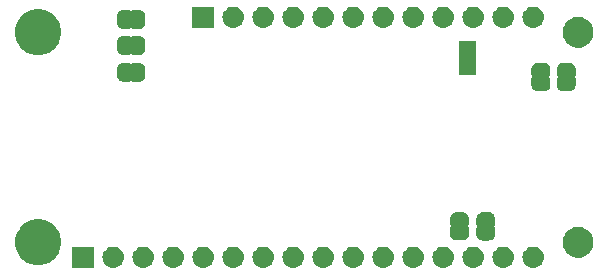
<source format=gbr>
G04 #@! TF.GenerationSoftware,KiCad,Pcbnew,(5.1.4)-1*
G04 #@! TF.CreationDate,2019-12-26T22:32:10-05:00*
G04 #@! TF.ProjectId,Feather-NEO-M9N-GPS,46656174-6865-4722-9d4e-454f2d4d394e,rev?*
G04 #@! TF.SameCoordinates,Original*
G04 #@! TF.FileFunction,Soldermask,Bot*
G04 #@! TF.FilePolarity,Negative*
%FSLAX46Y46*%
G04 Gerber Fmt 4.6, Leading zero omitted, Abs format (unit mm)*
G04 Created by KiCad (PCBNEW (5.1.4)-1) date 2019-12-26 22:32:10*
%MOMM*%
%LPD*%
G04 APERTURE LIST*
%ADD10C,0.100000*%
G04 APERTURE END LIST*
D10*
G36*
X167421560Y-78513940D02*
G01*
X167421560Y-79910940D01*
X167675560Y-79910940D01*
X167675560Y-78513940D01*
X167421560Y-78513940D01*
G37*
G36*
X142718743Y-95193719D02*
G01*
X142784927Y-95200237D01*
X142954766Y-95251757D01*
X143111291Y-95335422D01*
X143147029Y-95364752D01*
X143248486Y-95448014D01*
X143331748Y-95549471D01*
X143361078Y-95585209D01*
X143444743Y-95741734D01*
X143496263Y-95911573D01*
X143513659Y-96088200D01*
X143496263Y-96264827D01*
X143444743Y-96434666D01*
X143361078Y-96591191D01*
X143331748Y-96626929D01*
X143248486Y-96728386D01*
X143147029Y-96811648D01*
X143111291Y-96840978D01*
X142954766Y-96924643D01*
X142784927Y-96976163D01*
X142718743Y-96982681D01*
X142652560Y-96989200D01*
X142564040Y-96989200D01*
X142497857Y-96982681D01*
X142431673Y-96976163D01*
X142261834Y-96924643D01*
X142105309Y-96840978D01*
X142069571Y-96811648D01*
X141968114Y-96728386D01*
X141884852Y-96626929D01*
X141855522Y-96591191D01*
X141771857Y-96434666D01*
X141720337Y-96264827D01*
X141702941Y-96088200D01*
X141720337Y-95911573D01*
X141771857Y-95741734D01*
X141855522Y-95585209D01*
X141884852Y-95549471D01*
X141968114Y-95448014D01*
X142069571Y-95364752D01*
X142105309Y-95335422D01*
X142261834Y-95251757D01*
X142431673Y-95200237D01*
X142497857Y-95193719D01*
X142564040Y-95187200D01*
X142652560Y-95187200D01*
X142718743Y-95193719D01*
X142718743Y-95193719D01*
G37*
G36*
X152878743Y-95193719D02*
G01*
X152944927Y-95200237D01*
X153114766Y-95251757D01*
X153271291Y-95335422D01*
X153307029Y-95364752D01*
X153408486Y-95448014D01*
X153491748Y-95549471D01*
X153521078Y-95585209D01*
X153604743Y-95741734D01*
X153656263Y-95911573D01*
X153673659Y-96088200D01*
X153656263Y-96264827D01*
X153604743Y-96434666D01*
X153521078Y-96591191D01*
X153491748Y-96626929D01*
X153408486Y-96728386D01*
X153307029Y-96811648D01*
X153271291Y-96840978D01*
X153114766Y-96924643D01*
X152944927Y-96976163D01*
X152878743Y-96982681D01*
X152812560Y-96989200D01*
X152724040Y-96989200D01*
X152657857Y-96982681D01*
X152591673Y-96976163D01*
X152421834Y-96924643D01*
X152265309Y-96840978D01*
X152229571Y-96811648D01*
X152128114Y-96728386D01*
X152044852Y-96626929D01*
X152015522Y-96591191D01*
X151931857Y-96434666D01*
X151880337Y-96264827D01*
X151862941Y-96088200D01*
X151880337Y-95911573D01*
X151931857Y-95741734D01*
X152015522Y-95585209D01*
X152044852Y-95549471D01*
X152128114Y-95448014D01*
X152229571Y-95364752D01*
X152265309Y-95335422D01*
X152421834Y-95251757D01*
X152591673Y-95200237D01*
X152657857Y-95193719D01*
X152724040Y-95187200D01*
X152812560Y-95187200D01*
X152878743Y-95193719D01*
X152878743Y-95193719D01*
G37*
G36*
X135889300Y-96989200D02*
G01*
X134087300Y-96989200D01*
X134087300Y-95187200D01*
X135889300Y-95187200D01*
X135889300Y-96989200D01*
X135889300Y-96989200D01*
G37*
G36*
X137638743Y-95193719D02*
G01*
X137704927Y-95200237D01*
X137874766Y-95251757D01*
X138031291Y-95335422D01*
X138067029Y-95364752D01*
X138168486Y-95448014D01*
X138251748Y-95549471D01*
X138281078Y-95585209D01*
X138364743Y-95741734D01*
X138416263Y-95911573D01*
X138433659Y-96088200D01*
X138416263Y-96264827D01*
X138364743Y-96434666D01*
X138281078Y-96591191D01*
X138251748Y-96626929D01*
X138168486Y-96728386D01*
X138067029Y-96811648D01*
X138031291Y-96840978D01*
X137874766Y-96924643D01*
X137704927Y-96976163D01*
X137638743Y-96982681D01*
X137572560Y-96989200D01*
X137484040Y-96989200D01*
X137417857Y-96982681D01*
X137351673Y-96976163D01*
X137181834Y-96924643D01*
X137025309Y-96840978D01*
X136989571Y-96811648D01*
X136888114Y-96728386D01*
X136804852Y-96626929D01*
X136775522Y-96591191D01*
X136691857Y-96434666D01*
X136640337Y-96264827D01*
X136622941Y-96088200D01*
X136640337Y-95911573D01*
X136691857Y-95741734D01*
X136775522Y-95585209D01*
X136804852Y-95549471D01*
X136888114Y-95448014D01*
X136989571Y-95364752D01*
X137025309Y-95335422D01*
X137181834Y-95251757D01*
X137351673Y-95200237D01*
X137417857Y-95193719D01*
X137484040Y-95187200D01*
X137572560Y-95187200D01*
X137638743Y-95193719D01*
X137638743Y-95193719D01*
G37*
G36*
X140178743Y-95193719D02*
G01*
X140244927Y-95200237D01*
X140414766Y-95251757D01*
X140571291Y-95335422D01*
X140607029Y-95364752D01*
X140708486Y-95448014D01*
X140791748Y-95549471D01*
X140821078Y-95585209D01*
X140904743Y-95741734D01*
X140956263Y-95911573D01*
X140973659Y-96088200D01*
X140956263Y-96264827D01*
X140904743Y-96434666D01*
X140821078Y-96591191D01*
X140791748Y-96626929D01*
X140708486Y-96728386D01*
X140607029Y-96811648D01*
X140571291Y-96840978D01*
X140414766Y-96924643D01*
X140244927Y-96976163D01*
X140178743Y-96982681D01*
X140112560Y-96989200D01*
X140024040Y-96989200D01*
X139957857Y-96982681D01*
X139891673Y-96976163D01*
X139721834Y-96924643D01*
X139565309Y-96840978D01*
X139529571Y-96811648D01*
X139428114Y-96728386D01*
X139344852Y-96626929D01*
X139315522Y-96591191D01*
X139231857Y-96434666D01*
X139180337Y-96264827D01*
X139162941Y-96088200D01*
X139180337Y-95911573D01*
X139231857Y-95741734D01*
X139315522Y-95585209D01*
X139344852Y-95549471D01*
X139428114Y-95448014D01*
X139529571Y-95364752D01*
X139565309Y-95335422D01*
X139721834Y-95251757D01*
X139891673Y-95200237D01*
X139957857Y-95193719D01*
X140024040Y-95187200D01*
X140112560Y-95187200D01*
X140178743Y-95193719D01*
X140178743Y-95193719D01*
G37*
G36*
X145258743Y-95193719D02*
G01*
X145324927Y-95200237D01*
X145494766Y-95251757D01*
X145651291Y-95335422D01*
X145687029Y-95364752D01*
X145788486Y-95448014D01*
X145871748Y-95549471D01*
X145901078Y-95585209D01*
X145984743Y-95741734D01*
X146036263Y-95911573D01*
X146053659Y-96088200D01*
X146036263Y-96264827D01*
X145984743Y-96434666D01*
X145901078Y-96591191D01*
X145871748Y-96626929D01*
X145788486Y-96728386D01*
X145687029Y-96811648D01*
X145651291Y-96840978D01*
X145494766Y-96924643D01*
X145324927Y-96976163D01*
X145258743Y-96982681D01*
X145192560Y-96989200D01*
X145104040Y-96989200D01*
X145037857Y-96982681D01*
X144971673Y-96976163D01*
X144801834Y-96924643D01*
X144645309Y-96840978D01*
X144609571Y-96811648D01*
X144508114Y-96728386D01*
X144424852Y-96626929D01*
X144395522Y-96591191D01*
X144311857Y-96434666D01*
X144260337Y-96264827D01*
X144242941Y-96088200D01*
X144260337Y-95911573D01*
X144311857Y-95741734D01*
X144395522Y-95585209D01*
X144424852Y-95549471D01*
X144508114Y-95448014D01*
X144609571Y-95364752D01*
X144645309Y-95335422D01*
X144801834Y-95251757D01*
X144971673Y-95200237D01*
X145037857Y-95193719D01*
X145104040Y-95187200D01*
X145192560Y-95187200D01*
X145258743Y-95193719D01*
X145258743Y-95193719D01*
G37*
G36*
X147798743Y-95193719D02*
G01*
X147864927Y-95200237D01*
X148034766Y-95251757D01*
X148191291Y-95335422D01*
X148227029Y-95364752D01*
X148328486Y-95448014D01*
X148411748Y-95549471D01*
X148441078Y-95585209D01*
X148524743Y-95741734D01*
X148576263Y-95911573D01*
X148593659Y-96088200D01*
X148576263Y-96264827D01*
X148524743Y-96434666D01*
X148441078Y-96591191D01*
X148411748Y-96626929D01*
X148328486Y-96728386D01*
X148227029Y-96811648D01*
X148191291Y-96840978D01*
X148034766Y-96924643D01*
X147864927Y-96976163D01*
X147798743Y-96982681D01*
X147732560Y-96989200D01*
X147644040Y-96989200D01*
X147577857Y-96982681D01*
X147511673Y-96976163D01*
X147341834Y-96924643D01*
X147185309Y-96840978D01*
X147149571Y-96811648D01*
X147048114Y-96728386D01*
X146964852Y-96626929D01*
X146935522Y-96591191D01*
X146851857Y-96434666D01*
X146800337Y-96264827D01*
X146782941Y-96088200D01*
X146800337Y-95911573D01*
X146851857Y-95741734D01*
X146935522Y-95585209D01*
X146964852Y-95549471D01*
X147048114Y-95448014D01*
X147149571Y-95364752D01*
X147185309Y-95335422D01*
X147341834Y-95251757D01*
X147511673Y-95200237D01*
X147577857Y-95193719D01*
X147644040Y-95187200D01*
X147732560Y-95187200D01*
X147798743Y-95193719D01*
X147798743Y-95193719D01*
G37*
G36*
X150338743Y-95193719D02*
G01*
X150404927Y-95200237D01*
X150574766Y-95251757D01*
X150731291Y-95335422D01*
X150767029Y-95364752D01*
X150868486Y-95448014D01*
X150951748Y-95549471D01*
X150981078Y-95585209D01*
X151064743Y-95741734D01*
X151116263Y-95911573D01*
X151133659Y-96088200D01*
X151116263Y-96264827D01*
X151064743Y-96434666D01*
X150981078Y-96591191D01*
X150951748Y-96626929D01*
X150868486Y-96728386D01*
X150767029Y-96811648D01*
X150731291Y-96840978D01*
X150574766Y-96924643D01*
X150404927Y-96976163D01*
X150338743Y-96982681D01*
X150272560Y-96989200D01*
X150184040Y-96989200D01*
X150117857Y-96982681D01*
X150051673Y-96976163D01*
X149881834Y-96924643D01*
X149725309Y-96840978D01*
X149689571Y-96811648D01*
X149588114Y-96728386D01*
X149504852Y-96626929D01*
X149475522Y-96591191D01*
X149391857Y-96434666D01*
X149340337Y-96264827D01*
X149322941Y-96088200D01*
X149340337Y-95911573D01*
X149391857Y-95741734D01*
X149475522Y-95585209D01*
X149504852Y-95549471D01*
X149588114Y-95448014D01*
X149689571Y-95364752D01*
X149725309Y-95335422D01*
X149881834Y-95251757D01*
X150051673Y-95200237D01*
X150117857Y-95193719D01*
X150184040Y-95187200D01*
X150272560Y-95187200D01*
X150338743Y-95193719D01*
X150338743Y-95193719D01*
G37*
G36*
X155418743Y-95193719D02*
G01*
X155484927Y-95200237D01*
X155654766Y-95251757D01*
X155811291Y-95335422D01*
X155847029Y-95364752D01*
X155948486Y-95448014D01*
X156031748Y-95549471D01*
X156061078Y-95585209D01*
X156144743Y-95741734D01*
X156196263Y-95911573D01*
X156213659Y-96088200D01*
X156196263Y-96264827D01*
X156144743Y-96434666D01*
X156061078Y-96591191D01*
X156031748Y-96626929D01*
X155948486Y-96728386D01*
X155847029Y-96811648D01*
X155811291Y-96840978D01*
X155654766Y-96924643D01*
X155484927Y-96976163D01*
X155418743Y-96982681D01*
X155352560Y-96989200D01*
X155264040Y-96989200D01*
X155197857Y-96982681D01*
X155131673Y-96976163D01*
X154961834Y-96924643D01*
X154805309Y-96840978D01*
X154769571Y-96811648D01*
X154668114Y-96728386D01*
X154584852Y-96626929D01*
X154555522Y-96591191D01*
X154471857Y-96434666D01*
X154420337Y-96264827D01*
X154402941Y-96088200D01*
X154420337Y-95911573D01*
X154471857Y-95741734D01*
X154555522Y-95585209D01*
X154584852Y-95549471D01*
X154668114Y-95448014D01*
X154769571Y-95364752D01*
X154805309Y-95335422D01*
X154961834Y-95251757D01*
X155131673Y-95200237D01*
X155197857Y-95193719D01*
X155264040Y-95187200D01*
X155352560Y-95187200D01*
X155418743Y-95193719D01*
X155418743Y-95193719D01*
G37*
G36*
X157958743Y-95193719D02*
G01*
X158024927Y-95200237D01*
X158194766Y-95251757D01*
X158351291Y-95335422D01*
X158387029Y-95364752D01*
X158488486Y-95448014D01*
X158571748Y-95549471D01*
X158601078Y-95585209D01*
X158684743Y-95741734D01*
X158736263Y-95911573D01*
X158753659Y-96088200D01*
X158736263Y-96264827D01*
X158684743Y-96434666D01*
X158601078Y-96591191D01*
X158571748Y-96626929D01*
X158488486Y-96728386D01*
X158387029Y-96811648D01*
X158351291Y-96840978D01*
X158194766Y-96924643D01*
X158024927Y-96976163D01*
X157958743Y-96982681D01*
X157892560Y-96989200D01*
X157804040Y-96989200D01*
X157737857Y-96982681D01*
X157671673Y-96976163D01*
X157501834Y-96924643D01*
X157345309Y-96840978D01*
X157309571Y-96811648D01*
X157208114Y-96728386D01*
X157124852Y-96626929D01*
X157095522Y-96591191D01*
X157011857Y-96434666D01*
X156960337Y-96264827D01*
X156942941Y-96088200D01*
X156960337Y-95911573D01*
X157011857Y-95741734D01*
X157095522Y-95585209D01*
X157124852Y-95549471D01*
X157208114Y-95448014D01*
X157309571Y-95364752D01*
X157345309Y-95335422D01*
X157501834Y-95251757D01*
X157671673Y-95200237D01*
X157737857Y-95193719D01*
X157804040Y-95187200D01*
X157892560Y-95187200D01*
X157958743Y-95193719D01*
X157958743Y-95193719D01*
G37*
G36*
X160498743Y-95193719D02*
G01*
X160564927Y-95200237D01*
X160734766Y-95251757D01*
X160891291Y-95335422D01*
X160927029Y-95364752D01*
X161028486Y-95448014D01*
X161111748Y-95549471D01*
X161141078Y-95585209D01*
X161224743Y-95741734D01*
X161276263Y-95911573D01*
X161293659Y-96088200D01*
X161276263Y-96264827D01*
X161224743Y-96434666D01*
X161141078Y-96591191D01*
X161111748Y-96626929D01*
X161028486Y-96728386D01*
X160927029Y-96811648D01*
X160891291Y-96840978D01*
X160734766Y-96924643D01*
X160564927Y-96976163D01*
X160498743Y-96982681D01*
X160432560Y-96989200D01*
X160344040Y-96989200D01*
X160277857Y-96982681D01*
X160211673Y-96976163D01*
X160041834Y-96924643D01*
X159885309Y-96840978D01*
X159849571Y-96811648D01*
X159748114Y-96728386D01*
X159664852Y-96626929D01*
X159635522Y-96591191D01*
X159551857Y-96434666D01*
X159500337Y-96264827D01*
X159482941Y-96088200D01*
X159500337Y-95911573D01*
X159551857Y-95741734D01*
X159635522Y-95585209D01*
X159664852Y-95549471D01*
X159748114Y-95448014D01*
X159849571Y-95364752D01*
X159885309Y-95335422D01*
X160041834Y-95251757D01*
X160211673Y-95200237D01*
X160277857Y-95193719D01*
X160344040Y-95187200D01*
X160432560Y-95187200D01*
X160498743Y-95193719D01*
X160498743Y-95193719D01*
G37*
G36*
X163038743Y-95193719D02*
G01*
X163104927Y-95200237D01*
X163274766Y-95251757D01*
X163431291Y-95335422D01*
X163467029Y-95364752D01*
X163568486Y-95448014D01*
X163651748Y-95549471D01*
X163681078Y-95585209D01*
X163764743Y-95741734D01*
X163816263Y-95911573D01*
X163833659Y-96088200D01*
X163816263Y-96264827D01*
X163764743Y-96434666D01*
X163681078Y-96591191D01*
X163651748Y-96626929D01*
X163568486Y-96728386D01*
X163467029Y-96811648D01*
X163431291Y-96840978D01*
X163274766Y-96924643D01*
X163104927Y-96976163D01*
X163038743Y-96982681D01*
X162972560Y-96989200D01*
X162884040Y-96989200D01*
X162817857Y-96982681D01*
X162751673Y-96976163D01*
X162581834Y-96924643D01*
X162425309Y-96840978D01*
X162389571Y-96811648D01*
X162288114Y-96728386D01*
X162204852Y-96626929D01*
X162175522Y-96591191D01*
X162091857Y-96434666D01*
X162040337Y-96264827D01*
X162022941Y-96088200D01*
X162040337Y-95911573D01*
X162091857Y-95741734D01*
X162175522Y-95585209D01*
X162204852Y-95549471D01*
X162288114Y-95448014D01*
X162389571Y-95364752D01*
X162425309Y-95335422D01*
X162581834Y-95251757D01*
X162751673Y-95200237D01*
X162817857Y-95193719D01*
X162884040Y-95187200D01*
X162972560Y-95187200D01*
X163038743Y-95193719D01*
X163038743Y-95193719D01*
G37*
G36*
X165578743Y-95193719D02*
G01*
X165644927Y-95200237D01*
X165814766Y-95251757D01*
X165971291Y-95335422D01*
X166007029Y-95364752D01*
X166108486Y-95448014D01*
X166191748Y-95549471D01*
X166221078Y-95585209D01*
X166304743Y-95741734D01*
X166356263Y-95911573D01*
X166373659Y-96088200D01*
X166356263Y-96264827D01*
X166304743Y-96434666D01*
X166221078Y-96591191D01*
X166191748Y-96626929D01*
X166108486Y-96728386D01*
X166007029Y-96811648D01*
X165971291Y-96840978D01*
X165814766Y-96924643D01*
X165644927Y-96976163D01*
X165578743Y-96982681D01*
X165512560Y-96989200D01*
X165424040Y-96989200D01*
X165357857Y-96982681D01*
X165291673Y-96976163D01*
X165121834Y-96924643D01*
X164965309Y-96840978D01*
X164929571Y-96811648D01*
X164828114Y-96728386D01*
X164744852Y-96626929D01*
X164715522Y-96591191D01*
X164631857Y-96434666D01*
X164580337Y-96264827D01*
X164562941Y-96088200D01*
X164580337Y-95911573D01*
X164631857Y-95741734D01*
X164715522Y-95585209D01*
X164744852Y-95549471D01*
X164828114Y-95448014D01*
X164929571Y-95364752D01*
X164965309Y-95335422D01*
X165121834Y-95251757D01*
X165291673Y-95200237D01*
X165357857Y-95193719D01*
X165424040Y-95187200D01*
X165512560Y-95187200D01*
X165578743Y-95193719D01*
X165578743Y-95193719D01*
G37*
G36*
X168118743Y-95193719D02*
G01*
X168184927Y-95200237D01*
X168354766Y-95251757D01*
X168511291Y-95335422D01*
X168547029Y-95364752D01*
X168648486Y-95448014D01*
X168731748Y-95549471D01*
X168761078Y-95585209D01*
X168844743Y-95741734D01*
X168896263Y-95911573D01*
X168913659Y-96088200D01*
X168896263Y-96264827D01*
X168844743Y-96434666D01*
X168761078Y-96591191D01*
X168731748Y-96626929D01*
X168648486Y-96728386D01*
X168547029Y-96811648D01*
X168511291Y-96840978D01*
X168354766Y-96924643D01*
X168184927Y-96976163D01*
X168118743Y-96982681D01*
X168052560Y-96989200D01*
X167964040Y-96989200D01*
X167897857Y-96982681D01*
X167831673Y-96976163D01*
X167661834Y-96924643D01*
X167505309Y-96840978D01*
X167469571Y-96811648D01*
X167368114Y-96728386D01*
X167284852Y-96626929D01*
X167255522Y-96591191D01*
X167171857Y-96434666D01*
X167120337Y-96264827D01*
X167102941Y-96088200D01*
X167120337Y-95911573D01*
X167171857Y-95741734D01*
X167255522Y-95585209D01*
X167284852Y-95549471D01*
X167368114Y-95448014D01*
X167469571Y-95364752D01*
X167505309Y-95335422D01*
X167661834Y-95251757D01*
X167831673Y-95200237D01*
X167897857Y-95193719D01*
X167964040Y-95187200D01*
X168052560Y-95187200D01*
X168118743Y-95193719D01*
X168118743Y-95193719D01*
G37*
G36*
X170658743Y-95193719D02*
G01*
X170724927Y-95200237D01*
X170894766Y-95251757D01*
X171051291Y-95335422D01*
X171087029Y-95364752D01*
X171188486Y-95448014D01*
X171271748Y-95549471D01*
X171301078Y-95585209D01*
X171384743Y-95741734D01*
X171436263Y-95911573D01*
X171453659Y-96088200D01*
X171436263Y-96264827D01*
X171384743Y-96434666D01*
X171301078Y-96591191D01*
X171271748Y-96626929D01*
X171188486Y-96728386D01*
X171087029Y-96811648D01*
X171051291Y-96840978D01*
X170894766Y-96924643D01*
X170724927Y-96976163D01*
X170658743Y-96982681D01*
X170592560Y-96989200D01*
X170504040Y-96989200D01*
X170437857Y-96982681D01*
X170371673Y-96976163D01*
X170201834Y-96924643D01*
X170045309Y-96840978D01*
X170009571Y-96811648D01*
X169908114Y-96728386D01*
X169824852Y-96626929D01*
X169795522Y-96591191D01*
X169711857Y-96434666D01*
X169660337Y-96264827D01*
X169642941Y-96088200D01*
X169660337Y-95911573D01*
X169711857Y-95741734D01*
X169795522Y-95585209D01*
X169824852Y-95549471D01*
X169908114Y-95448014D01*
X170009571Y-95364752D01*
X170045309Y-95335422D01*
X170201834Y-95251757D01*
X170371673Y-95200237D01*
X170437857Y-95193719D01*
X170504040Y-95187200D01*
X170592560Y-95187200D01*
X170658743Y-95193719D01*
X170658743Y-95193719D01*
G37*
G36*
X173198743Y-95193719D02*
G01*
X173264927Y-95200237D01*
X173434766Y-95251757D01*
X173591291Y-95335422D01*
X173627029Y-95364752D01*
X173728486Y-95448014D01*
X173811748Y-95549471D01*
X173841078Y-95585209D01*
X173924743Y-95741734D01*
X173976263Y-95911573D01*
X173993659Y-96088200D01*
X173976263Y-96264827D01*
X173924743Y-96434666D01*
X173841078Y-96591191D01*
X173811748Y-96626929D01*
X173728486Y-96728386D01*
X173627029Y-96811648D01*
X173591291Y-96840978D01*
X173434766Y-96924643D01*
X173264927Y-96976163D01*
X173198743Y-96982681D01*
X173132560Y-96989200D01*
X173044040Y-96989200D01*
X172977857Y-96982681D01*
X172911673Y-96976163D01*
X172741834Y-96924643D01*
X172585309Y-96840978D01*
X172549571Y-96811648D01*
X172448114Y-96728386D01*
X172364852Y-96626929D01*
X172335522Y-96591191D01*
X172251857Y-96434666D01*
X172200337Y-96264827D01*
X172182941Y-96088200D01*
X172200337Y-95911573D01*
X172251857Y-95741734D01*
X172335522Y-95585209D01*
X172364852Y-95549471D01*
X172448114Y-95448014D01*
X172549571Y-95364752D01*
X172585309Y-95335422D01*
X172741834Y-95251757D01*
X172911673Y-95200237D01*
X172977857Y-95193719D01*
X173044040Y-95187200D01*
X173132560Y-95187200D01*
X173198743Y-95193719D01*
X173198743Y-95193719D01*
G37*
G36*
X131747385Y-92942175D02*
G01*
X132102443Y-93089245D01*
X132102445Y-93089246D01*
X132421990Y-93302759D01*
X132693741Y-93574510D01*
X132754384Y-93665269D01*
X132907255Y-93894057D01*
X133054325Y-94249115D01*
X133129300Y-94626042D01*
X133129300Y-95010358D01*
X133054325Y-95387285D01*
X132972342Y-95585209D01*
X132907254Y-95742345D01*
X132693741Y-96061890D01*
X132421990Y-96333641D01*
X132102445Y-96547154D01*
X132102444Y-96547155D01*
X132102443Y-96547155D01*
X131747385Y-96694225D01*
X131370458Y-96769200D01*
X130986142Y-96769200D01*
X130609215Y-96694225D01*
X130254157Y-96547155D01*
X130254156Y-96547155D01*
X130254155Y-96547154D01*
X129934610Y-96333641D01*
X129662859Y-96061890D01*
X129449346Y-95742345D01*
X129384258Y-95585209D01*
X129302275Y-95387285D01*
X129227300Y-95010358D01*
X129227300Y-94626042D01*
X129302275Y-94249115D01*
X129449345Y-93894057D01*
X129602216Y-93665269D01*
X129662859Y-93574510D01*
X129934610Y-93302759D01*
X130254155Y-93089246D01*
X130254157Y-93089245D01*
X130609215Y-92942175D01*
X130986142Y-92867200D01*
X131370458Y-92867200D01*
X131747385Y-92942175D01*
X131747385Y-92942175D01*
G37*
G36*
X177277787Y-93567196D02*
G01*
X177514553Y-93665268D01*
X177514555Y-93665269D01*
X177727639Y-93807647D01*
X177908853Y-93988861D01*
X178041345Y-94187149D01*
X178051232Y-94201947D01*
X178149304Y-94438713D01*
X178199300Y-94690061D01*
X178199300Y-94946339D01*
X178149304Y-95197687D01*
X178070769Y-95387286D01*
X178051231Y-95434455D01*
X177908853Y-95647539D01*
X177727639Y-95828753D01*
X177514555Y-95971131D01*
X177514554Y-95971132D01*
X177514553Y-95971132D01*
X177277787Y-96069204D01*
X177026439Y-96119200D01*
X176770161Y-96119200D01*
X176518813Y-96069204D01*
X176282047Y-95971132D01*
X176282046Y-95971132D01*
X176282045Y-95971131D01*
X176068961Y-95828753D01*
X175887747Y-95647539D01*
X175745369Y-95434455D01*
X175725831Y-95387286D01*
X175647296Y-95197687D01*
X175597300Y-94946339D01*
X175597300Y-94690061D01*
X175647296Y-94438713D01*
X175745368Y-94201947D01*
X175755256Y-94187149D01*
X175887747Y-93988861D01*
X176068961Y-93807647D01*
X176282045Y-93665269D01*
X176282047Y-93665268D01*
X176518813Y-93567196D01*
X176770161Y-93517200D01*
X177026439Y-93517200D01*
X177277787Y-93567196D01*
X177277787Y-93567196D01*
G37*
G36*
X169337299Y-92277034D02*
G01*
X169349550Y-92277636D01*
X169367969Y-92277636D01*
X169390249Y-92279830D01*
X169474333Y-92296556D01*
X169495760Y-92303056D01*
X169574958Y-92335860D01*
X169580403Y-92338771D01*
X169580409Y-92338773D01*
X169589269Y-92343509D01*
X169589273Y-92343512D01*
X169594714Y-92346420D01*
X169665999Y-92394051D01*
X169683304Y-92408252D01*
X169743928Y-92468876D01*
X169758129Y-92486181D01*
X169805760Y-92557466D01*
X169808668Y-92562907D01*
X169808671Y-92562911D01*
X169813407Y-92571771D01*
X169813409Y-92571777D01*
X169816320Y-92577222D01*
X169849124Y-92656420D01*
X169855624Y-92677847D01*
X169872350Y-92761931D01*
X169874544Y-92784211D01*
X169874544Y-92802630D01*
X169875146Y-92814881D01*
X169876952Y-92833219D01*
X169876952Y-93320940D01*
X169875363Y-93337079D01*
X169872448Y-93346688D01*
X169867710Y-93355552D01*
X169861337Y-93363317D01*
X169848894Y-93373528D01*
X169838525Y-93380458D01*
X169821198Y-93397785D01*
X169807585Y-93418160D01*
X169798209Y-93440800D01*
X169793429Y-93464833D01*
X169793430Y-93489337D01*
X169798212Y-93513370D01*
X169807590Y-93536009D01*
X169821205Y-93556382D01*
X169838532Y-93573709D01*
X169848902Y-93580638D01*
X169861337Y-93590843D01*
X169867710Y-93598608D01*
X169872448Y-93607472D01*
X169875363Y-93617081D01*
X169876952Y-93633220D01*
X169876952Y-94120942D01*
X169875146Y-94139279D01*
X169874544Y-94151530D01*
X169874544Y-94169949D01*
X169872350Y-94192229D01*
X169855624Y-94276313D01*
X169849124Y-94297740D01*
X169816320Y-94376938D01*
X169813409Y-94382383D01*
X169813407Y-94382389D01*
X169808671Y-94391249D01*
X169808668Y-94391253D01*
X169805760Y-94396694D01*
X169758129Y-94467979D01*
X169743928Y-94485284D01*
X169683304Y-94545908D01*
X169665999Y-94560109D01*
X169594714Y-94607740D01*
X169589273Y-94610648D01*
X169589269Y-94610651D01*
X169580409Y-94615387D01*
X169580403Y-94615389D01*
X169574958Y-94618300D01*
X169495760Y-94651104D01*
X169474333Y-94657604D01*
X169390249Y-94674330D01*
X169367969Y-94676524D01*
X169349550Y-94676524D01*
X169337299Y-94677126D01*
X169318962Y-94678932D01*
X168831238Y-94678932D01*
X168812901Y-94677126D01*
X168800650Y-94676524D01*
X168782231Y-94676524D01*
X168759951Y-94674330D01*
X168675867Y-94657604D01*
X168654440Y-94651104D01*
X168575242Y-94618300D01*
X168569797Y-94615389D01*
X168569791Y-94615387D01*
X168560931Y-94610651D01*
X168560927Y-94610648D01*
X168555486Y-94607740D01*
X168484201Y-94560109D01*
X168466896Y-94545908D01*
X168406272Y-94485284D01*
X168392071Y-94467979D01*
X168344440Y-94396694D01*
X168341532Y-94391253D01*
X168341529Y-94391249D01*
X168336793Y-94382389D01*
X168336791Y-94382383D01*
X168333880Y-94376938D01*
X168301076Y-94297740D01*
X168294576Y-94276313D01*
X168277850Y-94192229D01*
X168275656Y-94169949D01*
X168275656Y-94151530D01*
X168275054Y-94139279D01*
X168273248Y-94120942D01*
X168273248Y-93633220D01*
X168274837Y-93617081D01*
X168277752Y-93607472D01*
X168282490Y-93598608D01*
X168288863Y-93590843D01*
X168301306Y-93580632D01*
X168311675Y-93573702D01*
X168329002Y-93556375D01*
X168342615Y-93536000D01*
X168351991Y-93513360D01*
X168356771Y-93489327D01*
X168356770Y-93464823D01*
X168351988Y-93440790D01*
X168342610Y-93418151D01*
X168328995Y-93397778D01*
X168311668Y-93380451D01*
X168301298Y-93373522D01*
X168288863Y-93363317D01*
X168282490Y-93355552D01*
X168277752Y-93346688D01*
X168274837Y-93337079D01*
X168273248Y-93320940D01*
X168273248Y-92833219D01*
X168275054Y-92814881D01*
X168275656Y-92802630D01*
X168275656Y-92784211D01*
X168277850Y-92761931D01*
X168294576Y-92677847D01*
X168301076Y-92656420D01*
X168333880Y-92577222D01*
X168336791Y-92571777D01*
X168336793Y-92571771D01*
X168341529Y-92562911D01*
X168341532Y-92562907D01*
X168344440Y-92557466D01*
X168392071Y-92486181D01*
X168406272Y-92468876D01*
X168466896Y-92408252D01*
X168484201Y-92394051D01*
X168555486Y-92346420D01*
X168560927Y-92343512D01*
X168560931Y-92343509D01*
X168569791Y-92338773D01*
X168569797Y-92338771D01*
X168575242Y-92335860D01*
X168654440Y-92303056D01*
X168675867Y-92296556D01*
X168759951Y-92279830D01*
X168782231Y-92277636D01*
X168800650Y-92277636D01*
X168812901Y-92277034D01*
X168831239Y-92275228D01*
X169318961Y-92275228D01*
X169337299Y-92277034D01*
X169337299Y-92277034D01*
G37*
G36*
X167117339Y-92271954D02*
G01*
X167129590Y-92272556D01*
X167148009Y-92272556D01*
X167170289Y-92274750D01*
X167254373Y-92291476D01*
X167275800Y-92297976D01*
X167354998Y-92330780D01*
X167360443Y-92333691D01*
X167360449Y-92333693D01*
X167369309Y-92338429D01*
X167369313Y-92338432D01*
X167374754Y-92341340D01*
X167446039Y-92388971D01*
X167463344Y-92403172D01*
X167523968Y-92463796D01*
X167538169Y-92481101D01*
X167585800Y-92552386D01*
X167588708Y-92557827D01*
X167588711Y-92557831D01*
X167593447Y-92566691D01*
X167593449Y-92566697D01*
X167596360Y-92572142D01*
X167629164Y-92651340D01*
X167635664Y-92672767D01*
X167652390Y-92756851D01*
X167654584Y-92779131D01*
X167654584Y-92797550D01*
X167655186Y-92809801D01*
X167656992Y-92828139D01*
X167656992Y-93315860D01*
X167655403Y-93331999D01*
X167652488Y-93341608D01*
X167647750Y-93350472D01*
X167641377Y-93358237D01*
X167628934Y-93368448D01*
X167618565Y-93375378D01*
X167601238Y-93392705D01*
X167587625Y-93413080D01*
X167578249Y-93435720D01*
X167573469Y-93459753D01*
X167573470Y-93484257D01*
X167578252Y-93508290D01*
X167587630Y-93530929D01*
X167601245Y-93551302D01*
X167618572Y-93568629D01*
X167628942Y-93575558D01*
X167641377Y-93585763D01*
X167647750Y-93593528D01*
X167652488Y-93602392D01*
X167655403Y-93612001D01*
X167656992Y-93628140D01*
X167656992Y-94115862D01*
X167655186Y-94134199D01*
X167654584Y-94146450D01*
X167654584Y-94164869D01*
X167652390Y-94187149D01*
X167635664Y-94271233D01*
X167629164Y-94292660D01*
X167596360Y-94371858D01*
X167593449Y-94377303D01*
X167593447Y-94377309D01*
X167588711Y-94386169D01*
X167588708Y-94386173D01*
X167585800Y-94391614D01*
X167538169Y-94462899D01*
X167523968Y-94480204D01*
X167463344Y-94540828D01*
X167446039Y-94555029D01*
X167374754Y-94602660D01*
X167369313Y-94605568D01*
X167369309Y-94605571D01*
X167360449Y-94610307D01*
X167360443Y-94610309D01*
X167354998Y-94613220D01*
X167275800Y-94646024D01*
X167254373Y-94652524D01*
X167170289Y-94669250D01*
X167148009Y-94671444D01*
X167129590Y-94671444D01*
X167117339Y-94672046D01*
X167099002Y-94673852D01*
X166611278Y-94673852D01*
X166592941Y-94672046D01*
X166580690Y-94671444D01*
X166562271Y-94671444D01*
X166539991Y-94669250D01*
X166455907Y-94652524D01*
X166434480Y-94646024D01*
X166355282Y-94613220D01*
X166349837Y-94610309D01*
X166349831Y-94610307D01*
X166340971Y-94605571D01*
X166340967Y-94605568D01*
X166335526Y-94602660D01*
X166264241Y-94555029D01*
X166246936Y-94540828D01*
X166186312Y-94480204D01*
X166172111Y-94462899D01*
X166124480Y-94391614D01*
X166121572Y-94386173D01*
X166121569Y-94386169D01*
X166116833Y-94377309D01*
X166116831Y-94377303D01*
X166113920Y-94371858D01*
X166081116Y-94292660D01*
X166074616Y-94271233D01*
X166057890Y-94187149D01*
X166055696Y-94164869D01*
X166055696Y-94146450D01*
X166055094Y-94134199D01*
X166053288Y-94115862D01*
X166053288Y-93628140D01*
X166054877Y-93612001D01*
X166057792Y-93602392D01*
X166062530Y-93593528D01*
X166068903Y-93585763D01*
X166081346Y-93575552D01*
X166091715Y-93568622D01*
X166109042Y-93551295D01*
X166122655Y-93530920D01*
X166132031Y-93508280D01*
X166136811Y-93484247D01*
X166136810Y-93459743D01*
X166132028Y-93435710D01*
X166122650Y-93413071D01*
X166109035Y-93392698D01*
X166091708Y-93375371D01*
X166081338Y-93368442D01*
X166068903Y-93358237D01*
X166062530Y-93350472D01*
X166057792Y-93341608D01*
X166054877Y-93331999D01*
X166053288Y-93315860D01*
X166053288Y-92828139D01*
X166055094Y-92809801D01*
X166055696Y-92797550D01*
X166055696Y-92779131D01*
X166057890Y-92756851D01*
X166074616Y-92672767D01*
X166081116Y-92651340D01*
X166113920Y-92572142D01*
X166116831Y-92566697D01*
X166116833Y-92566691D01*
X166121569Y-92557831D01*
X166121572Y-92557827D01*
X166124480Y-92552386D01*
X166172111Y-92481101D01*
X166186312Y-92463796D01*
X166246936Y-92403172D01*
X166264241Y-92388971D01*
X166335526Y-92341340D01*
X166340967Y-92338432D01*
X166340971Y-92338429D01*
X166349831Y-92333693D01*
X166349837Y-92333691D01*
X166355282Y-92330780D01*
X166434480Y-92297976D01*
X166455907Y-92291476D01*
X166539991Y-92274750D01*
X166562271Y-92272556D01*
X166580690Y-92272556D01*
X166592941Y-92271954D01*
X166611279Y-92270148D01*
X167099001Y-92270148D01*
X167117339Y-92271954D01*
X167117339Y-92271954D01*
G37*
G36*
X174008359Y-79622754D02*
G01*
X174020610Y-79623356D01*
X174039029Y-79623356D01*
X174061309Y-79625550D01*
X174145393Y-79642276D01*
X174166820Y-79648776D01*
X174246018Y-79681580D01*
X174251463Y-79684491D01*
X174251469Y-79684493D01*
X174260329Y-79689229D01*
X174260333Y-79689232D01*
X174265774Y-79692140D01*
X174337059Y-79739771D01*
X174354364Y-79753972D01*
X174414988Y-79814596D01*
X174429189Y-79831901D01*
X174476820Y-79903186D01*
X174479728Y-79908627D01*
X174479731Y-79908631D01*
X174484467Y-79917491D01*
X174484469Y-79917497D01*
X174487380Y-79922942D01*
X174520184Y-80002140D01*
X174526684Y-80023567D01*
X174543410Y-80107651D01*
X174545604Y-80129931D01*
X174545604Y-80148350D01*
X174546206Y-80160601D01*
X174548012Y-80178939D01*
X174548012Y-80666660D01*
X174546423Y-80682799D01*
X174543508Y-80692408D01*
X174538770Y-80701272D01*
X174532397Y-80709037D01*
X174519954Y-80719248D01*
X174509585Y-80726178D01*
X174492258Y-80743505D01*
X174478645Y-80763880D01*
X174469269Y-80786520D01*
X174464489Y-80810553D01*
X174464490Y-80835057D01*
X174469272Y-80859090D01*
X174478650Y-80881729D01*
X174492265Y-80902102D01*
X174509592Y-80919429D01*
X174519962Y-80926358D01*
X174532397Y-80936563D01*
X174538770Y-80944328D01*
X174543508Y-80953192D01*
X174546423Y-80962801D01*
X174548012Y-80978940D01*
X174548012Y-81466662D01*
X174546206Y-81484999D01*
X174545604Y-81497250D01*
X174545604Y-81515669D01*
X174543410Y-81537949D01*
X174526684Y-81622033D01*
X174520184Y-81643460D01*
X174487380Y-81722658D01*
X174484469Y-81728103D01*
X174484467Y-81728109D01*
X174479731Y-81736969D01*
X174479728Y-81736973D01*
X174476820Y-81742414D01*
X174429189Y-81813699D01*
X174414988Y-81831004D01*
X174354364Y-81891628D01*
X174337059Y-81905829D01*
X174265774Y-81953460D01*
X174260333Y-81956368D01*
X174260329Y-81956371D01*
X174251469Y-81961107D01*
X174251463Y-81961109D01*
X174246018Y-81964020D01*
X174166820Y-81996824D01*
X174145393Y-82003324D01*
X174061309Y-82020050D01*
X174039029Y-82022244D01*
X174020610Y-82022244D01*
X174008359Y-82022846D01*
X173990022Y-82024652D01*
X173502298Y-82024652D01*
X173483961Y-82022846D01*
X173471710Y-82022244D01*
X173453291Y-82022244D01*
X173431011Y-82020050D01*
X173346927Y-82003324D01*
X173325500Y-81996824D01*
X173246302Y-81964020D01*
X173240857Y-81961109D01*
X173240851Y-81961107D01*
X173231991Y-81956371D01*
X173231987Y-81956368D01*
X173226546Y-81953460D01*
X173155261Y-81905829D01*
X173137956Y-81891628D01*
X173077332Y-81831004D01*
X173063131Y-81813699D01*
X173015500Y-81742414D01*
X173012592Y-81736973D01*
X173012589Y-81736969D01*
X173007853Y-81728109D01*
X173007851Y-81728103D01*
X173004940Y-81722658D01*
X172972136Y-81643460D01*
X172965636Y-81622033D01*
X172948910Y-81537949D01*
X172946716Y-81515669D01*
X172946716Y-81497250D01*
X172946114Y-81484999D01*
X172944308Y-81466662D01*
X172944308Y-80978940D01*
X172945897Y-80962801D01*
X172948812Y-80953192D01*
X172953550Y-80944328D01*
X172959923Y-80936563D01*
X172972366Y-80926352D01*
X172982735Y-80919422D01*
X173000062Y-80902095D01*
X173013675Y-80881720D01*
X173023051Y-80859080D01*
X173027831Y-80835047D01*
X173027830Y-80810543D01*
X173023048Y-80786510D01*
X173013670Y-80763871D01*
X173000055Y-80743498D01*
X172982728Y-80726171D01*
X172972358Y-80719242D01*
X172959923Y-80709037D01*
X172953550Y-80701272D01*
X172948812Y-80692408D01*
X172945897Y-80682799D01*
X172944308Y-80666660D01*
X172944308Y-80178939D01*
X172946114Y-80160601D01*
X172946716Y-80148350D01*
X172946716Y-80129931D01*
X172948910Y-80107651D01*
X172965636Y-80023567D01*
X172972136Y-80002140D01*
X173004940Y-79922942D01*
X173007851Y-79917497D01*
X173007853Y-79917491D01*
X173012589Y-79908631D01*
X173012592Y-79908627D01*
X173015500Y-79903186D01*
X173063131Y-79831901D01*
X173077332Y-79814596D01*
X173137956Y-79753972D01*
X173155261Y-79739771D01*
X173226546Y-79692140D01*
X173231987Y-79689232D01*
X173231991Y-79689229D01*
X173240851Y-79684493D01*
X173240857Y-79684491D01*
X173246302Y-79681580D01*
X173325500Y-79648776D01*
X173346927Y-79642276D01*
X173431011Y-79625550D01*
X173453291Y-79623356D01*
X173471710Y-79623356D01*
X173483961Y-79622754D01*
X173502299Y-79620948D01*
X173990021Y-79620948D01*
X174008359Y-79622754D01*
X174008359Y-79622754D01*
G37*
G36*
X176157199Y-79622754D02*
G01*
X176169450Y-79623356D01*
X176187869Y-79623356D01*
X176210149Y-79625550D01*
X176294233Y-79642276D01*
X176315660Y-79648776D01*
X176394858Y-79681580D01*
X176400303Y-79684491D01*
X176400309Y-79684493D01*
X176409169Y-79689229D01*
X176409173Y-79689232D01*
X176414614Y-79692140D01*
X176485899Y-79739771D01*
X176503204Y-79753972D01*
X176563828Y-79814596D01*
X176578029Y-79831901D01*
X176625660Y-79903186D01*
X176628568Y-79908627D01*
X176628571Y-79908631D01*
X176633307Y-79917491D01*
X176633309Y-79917497D01*
X176636220Y-79922942D01*
X176669024Y-80002140D01*
X176675524Y-80023567D01*
X176692250Y-80107651D01*
X176694444Y-80129931D01*
X176694444Y-80148350D01*
X176695046Y-80160601D01*
X176696852Y-80178939D01*
X176696852Y-80666660D01*
X176695263Y-80682799D01*
X176692348Y-80692408D01*
X176687610Y-80701272D01*
X176681237Y-80709037D01*
X176668794Y-80719248D01*
X176658425Y-80726178D01*
X176641098Y-80743505D01*
X176627485Y-80763880D01*
X176618109Y-80786520D01*
X176613329Y-80810553D01*
X176613330Y-80835057D01*
X176618112Y-80859090D01*
X176627490Y-80881729D01*
X176641105Y-80902102D01*
X176658432Y-80919429D01*
X176668802Y-80926358D01*
X176681237Y-80936563D01*
X176687610Y-80944328D01*
X176692348Y-80953192D01*
X176695263Y-80962801D01*
X176696852Y-80978940D01*
X176696852Y-81466662D01*
X176695046Y-81484999D01*
X176694444Y-81497250D01*
X176694444Y-81515669D01*
X176692250Y-81537949D01*
X176675524Y-81622033D01*
X176669024Y-81643460D01*
X176636220Y-81722658D01*
X176633309Y-81728103D01*
X176633307Y-81728109D01*
X176628571Y-81736969D01*
X176628568Y-81736973D01*
X176625660Y-81742414D01*
X176578029Y-81813699D01*
X176563828Y-81831004D01*
X176503204Y-81891628D01*
X176485899Y-81905829D01*
X176414614Y-81953460D01*
X176409173Y-81956368D01*
X176409169Y-81956371D01*
X176400309Y-81961107D01*
X176400303Y-81961109D01*
X176394858Y-81964020D01*
X176315660Y-81996824D01*
X176294233Y-82003324D01*
X176210149Y-82020050D01*
X176187869Y-82022244D01*
X176169450Y-82022244D01*
X176157199Y-82022846D01*
X176138862Y-82024652D01*
X175651138Y-82024652D01*
X175632801Y-82022846D01*
X175620550Y-82022244D01*
X175602131Y-82022244D01*
X175579851Y-82020050D01*
X175495767Y-82003324D01*
X175474340Y-81996824D01*
X175395142Y-81964020D01*
X175389697Y-81961109D01*
X175389691Y-81961107D01*
X175380831Y-81956371D01*
X175380827Y-81956368D01*
X175375386Y-81953460D01*
X175304101Y-81905829D01*
X175286796Y-81891628D01*
X175226172Y-81831004D01*
X175211971Y-81813699D01*
X175164340Y-81742414D01*
X175161432Y-81736973D01*
X175161429Y-81736969D01*
X175156693Y-81728109D01*
X175156691Y-81728103D01*
X175153780Y-81722658D01*
X175120976Y-81643460D01*
X175114476Y-81622033D01*
X175097750Y-81537949D01*
X175095556Y-81515669D01*
X175095556Y-81497250D01*
X175094954Y-81484999D01*
X175093148Y-81466662D01*
X175093148Y-80978940D01*
X175094737Y-80962801D01*
X175097652Y-80953192D01*
X175102390Y-80944328D01*
X175108763Y-80936563D01*
X175121206Y-80926352D01*
X175131575Y-80919422D01*
X175148902Y-80902095D01*
X175162515Y-80881720D01*
X175171891Y-80859080D01*
X175176671Y-80835047D01*
X175176670Y-80810543D01*
X175171888Y-80786510D01*
X175162510Y-80763871D01*
X175148895Y-80743498D01*
X175131568Y-80726171D01*
X175121198Y-80719242D01*
X175108763Y-80709037D01*
X175102390Y-80701272D01*
X175097652Y-80692408D01*
X175094737Y-80682799D01*
X175093148Y-80666660D01*
X175093148Y-80178939D01*
X175094954Y-80160601D01*
X175095556Y-80148350D01*
X175095556Y-80129931D01*
X175097750Y-80107651D01*
X175114476Y-80023567D01*
X175120976Y-80002140D01*
X175153780Y-79922942D01*
X175156691Y-79917497D01*
X175156693Y-79917491D01*
X175161429Y-79908631D01*
X175161432Y-79908627D01*
X175164340Y-79903186D01*
X175211971Y-79831901D01*
X175226172Y-79814596D01*
X175286796Y-79753972D01*
X175304101Y-79739771D01*
X175375386Y-79692140D01*
X175380827Y-79689232D01*
X175380831Y-79689229D01*
X175389691Y-79684493D01*
X175389697Y-79684491D01*
X175395142Y-79681580D01*
X175474340Y-79648776D01*
X175495767Y-79642276D01*
X175579851Y-79625550D01*
X175602131Y-79623356D01*
X175620550Y-79623356D01*
X175632801Y-79622754D01*
X175651139Y-79620948D01*
X176138861Y-79620948D01*
X176157199Y-79622754D01*
X176157199Y-79622754D01*
G37*
G36*
X138914839Y-79631377D02*
G01*
X138924448Y-79634292D01*
X138933312Y-79639030D01*
X138941077Y-79645403D01*
X138951288Y-79657846D01*
X138958218Y-79668215D01*
X138975545Y-79685542D01*
X138995920Y-79699155D01*
X139018560Y-79708531D01*
X139042593Y-79713311D01*
X139067097Y-79713310D01*
X139091130Y-79708528D01*
X139113769Y-79699150D01*
X139134142Y-79685535D01*
X139151469Y-79668208D01*
X139158398Y-79657838D01*
X139168603Y-79645403D01*
X139176368Y-79639030D01*
X139185232Y-79634292D01*
X139194841Y-79631377D01*
X139210980Y-79629788D01*
X139698701Y-79629788D01*
X139717039Y-79631594D01*
X139729290Y-79632196D01*
X139747709Y-79632196D01*
X139769989Y-79634390D01*
X139854073Y-79651116D01*
X139875500Y-79657616D01*
X139954698Y-79690420D01*
X139960143Y-79693331D01*
X139960149Y-79693333D01*
X139969009Y-79698069D01*
X139969013Y-79698072D01*
X139974454Y-79700980D01*
X140045739Y-79748611D01*
X140063044Y-79762812D01*
X140123668Y-79823436D01*
X140137869Y-79840741D01*
X140185500Y-79912026D01*
X140188408Y-79917467D01*
X140188411Y-79917471D01*
X140193147Y-79926331D01*
X140193149Y-79926337D01*
X140196060Y-79931782D01*
X140228864Y-80010980D01*
X140235364Y-80032407D01*
X140252090Y-80116491D01*
X140254284Y-80138771D01*
X140254284Y-80157190D01*
X140254886Y-80169441D01*
X140256692Y-80187779D01*
X140256692Y-80675502D01*
X140254886Y-80693839D01*
X140254284Y-80706090D01*
X140254284Y-80724509D01*
X140252090Y-80746789D01*
X140235364Y-80830873D01*
X140228864Y-80852300D01*
X140196060Y-80931498D01*
X140193149Y-80936943D01*
X140193147Y-80936949D01*
X140188411Y-80945809D01*
X140188408Y-80945813D01*
X140185500Y-80951254D01*
X140137869Y-81022539D01*
X140123668Y-81039844D01*
X140063044Y-81100468D01*
X140045739Y-81114669D01*
X139974454Y-81162300D01*
X139969013Y-81165208D01*
X139969009Y-81165211D01*
X139960149Y-81169947D01*
X139960143Y-81169949D01*
X139954698Y-81172860D01*
X139875500Y-81205664D01*
X139854073Y-81212164D01*
X139769989Y-81228890D01*
X139747709Y-81231084D01*
X139729290Y-81231084D01*
X139717039Y-81231686D01*
X139698702Y-81233492D01*
X139210980Y-81233492D01*
X139194841Y-81231903D01*
X139185232Y-81228988D01*
X139176368Y-81224250D01*
X139168603Y-81217877D01*
X139158392Y-81205434D01*
X139151462Y-81195065D01*
X139134135Y-81177738D01*
X139113760Y-81164125D01*
X139091120Y-81154749D01*
X139067087Y-81149969D01*
X139042583Y-81149970D01*
X139018550Y-81154752D01*
X138995911Y-81164130D01*
X138975538Y-81177745D01*
X138958211Y-81195072D01*
X138951282Y-81205442D01*
X138941077Y-81217877D01*
X138933312Y-81224250D01*
X138924448Y-81228988D01*
X138914839Y-81231903D01*
X138898700Y-81233492D01*
X138410978Y-81233492D01*
X138392641Y-81231686D01*
X138380390Y-81231084D01*
X138361971Y-81231084D01*
X138339691Y-81228890D01*
X138255607Y-81212164D01*
X138234180Y-81205664D01*
X138154982Y-81172860D01*
X138149537Y-81169949D01*
X138149531Y-81169947D01*
X138140671Y-81165211D01*
X138140667Y-81165208D01*
X138135226Y-81162300D01*
X138063941Y-81114669D01*
X138046636Y-81100468D01*
X137986012Y-81039844D01*
X137971811Y-81022539D01*
X137924180Y-80951254D01*
X137921272Y-80945813D01*
X137921269Y-80945809D01*
X137916533Y-80936949D01*
X137916531Y-80936943D01*
X137913620Y-80931498D01*
X137880816Y-80852300D01*
X137874316Y-80830873D01*
X137857590Y-80746789D01*
X137855396Y-80724509D01*
X137855396Y-80706090D01*
X137854794Y-80693839D01*
X137852988Y-80675502D01*
X137852988Y-80187779D01*
X137854794Y-80169441D01*
X137855396Y-80157190D01*
X137855396Y-80138771D01*
X137857590Y-80116491D01*
X137874316Y-80032407D01*
X137880816Y-80010980D01*
X137913620Y-79931782D01*
X137916531Y-79926337D01*
X137916533Y-79926331D01*
X137921269Y-79917471D01*
X137921272Y-79917467D01*
X137924180Y-79912026D01*
X137971811Y-79840741D01*
X137986012Y-79823436D01*
X138046636Y-79762812D01*
X138063941Y-79748611D01*
X138135226Y-79700980D01*
X138140667Y-79698072D01*
X138140671Y-79698069D01*
X138149531Y-79693333D01*
X138149537Y-79693331D01*
X138154982Y-79690420D01*
X138234180Y-79657616D01*
X138255607Y-79651116D01*
X138339691Y-79634390D01*
X138361971Y-79632196D01*
X138380390Y-79632196D01*
X138392641Y-79631594D01*
X138410979Y-79629788D01*
X138898700Y-79629788D01*
X138914839Y-79631377D01*
X138914839Y-79631377D01*
G37*
G36*
X168285160Y-80647540D02*
G01*
X166811960Y-80647540D01*
X166811960Y-77777340D01*
X168285160Y-77777340D01*
X168285160Y-80647540D01*
X168285160Y-80647540D01*
G37*
G36*
X131747385Y-75162175D02*
G01*
X132037276Y-75282252D01*
X132102445Y-75309246D01*
X132421990Y-75522759D01*
X132693741Y-75794510D01*
X132849518Y-76027647D01*
X132907255Y-76114057D01*
X133054325Y-76469115D01*
X133129300Y-76846042D01*
X133129300Y-77230358D01*
X133054325Y-77607285D01*
X132955117Y-77846793D01*
X132907254Y-77962345D01*
X132693741Y-78281890D01*
X132421990Y-78553641D01*
X132102445Y-78767154D01*
X132102444Y-78767155D01*
X132102443Y-78767155D01*
X131747385Y-78914225D01*
X131370458Y-78989200D01*
X130986142Y-78989200D01*
X130609215Y-78914225D01*
X130254157Y-78767155D01*
X130254156Y-78767155D01*
X130254155Y-78767154D01*
X129934610Y-78553641D01*
X129662859Y-78281890D01*
X129449346Y-77962345D01*
X129401483Y-77846793D01*
X129302275Y-77607285D01*
X129227300Y-77230358D01*
X129227300Y-76846042D01*
X129302275Y-76469115D01*
X129449345Y-76114057D01*
X129507082Y-76027647D01*
X129662859Y-75794510D01*
X129934610Y-75522759D01*
X130254155Y-75309246D01*
X130319324Y-75282252D01*
X130609215Y-75162175D01*
X130986142Y-75087200D01*
X131370458Y-75087200D01*
X131747385Y-75162175D01*
X131747385Y-75162175D01*
G37*
G36*
X138914839Y-77355537D02*
G01*
X138924448Y-77358452D01*
X138933312Y-77363190D01*
X138941077Y-77369563D01*
X138951288Y-77382006D01*
X138958218Y-77392375D01*
X138975545Y-77409702D01*
X138995920Y-77423315D01*
X139018560Y-77432691D01*
X139042593Y-77437471D01*
X139067097Y-77437470D01*
X139091130Y-77432688D01*
X139113769Y-77423310D01*
X139134142Y-77409695D01*
X139151469Y-77392368D01*
X139158398Y-77381998D01*
X139168603Y-77369563D01*
X139176368Y-77363190D01*
X139185232Y-77358452D01*
X139194841Y-77355537D01*
X139210980Y-77353948D01*
X139698701Y-77353948D01*
X139717039Y-77355754D01*
X139729290Y-77356356D01*
X139747709Y-77356356D01*
X139769989Y-77358550D01*
X139854073Y-77375276D01*
X139875500Y-77381776D01*
X139954698Y-77414580D01*
X139960143Y-77417491D01*
X139960149Y-77417493D01*
X139969009Y-77422229D01*
X139969013Y-77422232D01*
X139974454Y-77425140D01*
X140045739Y-77472771D01*
X140063044Y-77486972D01*
X140123668Y-77547596D01*
X140137869Y-77564901D01*
X140185500Y-77636186D01*
X140188408Y-77641627D01*
X140188411Y-77641631D01*
X140193147Y-77650491D01*
X140193149Y-77650497D01*
X140196060Y-77655942D01*
X140228864Y-77735140D01*
X140235364Y-77756567D01*
X140252090Y-77840651D01*
X140254284Y-77862931D01*
X140254284Y-77881350D01*
X140254886Y-77893601D01*
X140256692Y-77911939D01*
X140256692Y-78399662D01*
X140254886Y-78417999D01*
X140254284Y-78430250D01*
X140254284Y-78448669D01*
X140252090Y-78470949D01*
X140235364Y-78555033D01*
X140228864Y-78576460D01*
X140196060Y-78655658D01*
X140193149Y-78661103D01*
X140193147Y-78661109D01*
X140188411Y-78669969D01*
X140188408Y-78669973D01*
X140185500Y-78675414D01*
X140137869Y-78746699D01*
X140123668Y-78764004D01*
X140063044Y-78824628D01*
X140045739Y-78838829D01*
X139974454Y-78886460D01*
X139969013Y-78889368D01*
X139969009Y-78889371D01*
X139960149Y-78894107D01*
X139960143Y-78894109D01*
X139954698Y-78897020D01*
X139875500Y-78929824D01*
X139854073Y-78936324D01*
X139769989Y-78953050D01*
X139747709Y-78955244D01*
X139729290Y-78955244D01*
X139717039Y-78955846D01*
X139698702Y-78957652D01*
X139210980Y-78957652D01*
X139194841Y-78956063D01*
X139185232Y-78953148D01*
X139176368Y-78948410D01*
X139168603Y-78942037D01*
X139158392Y-78929594D01*
X139151462Y-78919225D01*
X139134135Y-78901898D01*
X139113760Y-78888285D01*
X139091120Y-78878909D01*
X139067087Y-78874129D01*
X139042583Y-78874130D01*
X139018550Y-78878912D01*
X138995911Y-78888290D01*
X138975538Y-78901905D01*
X138958211Y-78919232D01*
X138951282Y-78929602D01*
X138941077Y-78942037D01*
X138933312Y-78948410D01*
X138924448Y-78953148D01*
X138914839Y-78956063D01*
X138898700Y-78957652D01*
X138410978Y-78957652D01*
X138392641Y-78955846D01*
X138380390Y-78955244D01*
X138361971Y-78955244D01*
X138339691Y-78953050D01*
X138255607Y-78936324D01*
X138234180Y-78929824D01*
X138154982Y-78897020D01*
X138149537Y-78894109D01*
X138149531Y-78894107D01*
X138140671Y-78889371D01*
X138140667Y-78889368D01*
X138135226Y-78886460D01*
X138063941Y-78838829D01*
X138046636Y-78824628D01*
X137986012Y-78764004D01*
X137971811Y-78746699D01*
X137924180Y-78675414D01*
X137921272Y-78669973D01*
X137921269Y-78669969D01*
X137916533Y-78661109D01*
X137916531Y-78661103D01*
X137913620Y-78655658D01*
X137880816Y-78576460D01*
X137874316Y-78555033D01*
X137857590Y-78470949D01*
X137855396Y-78448669D01*
X137855396Y-78430250D01*
X137854794Y-78417999D01*
X137852988Y-78399662D01*
X137852988Y-77911939D01*
X137854794Y-77893601D01*
X137855396Y-77881350D01*
X137855396Y-77862931D01*
X137857590Y-77840651D01*
X137874316Y-77756567D01*
X137880816Y-77735140D01*
X137913620Y-77655942D01*
X137916531Y-77650497D01*
X137916533Y-77650491D01*
X137921269Y-77641631D01*
X137921272Y-77641627D01*
X137924180Y-77636186D01*
X137971811Y-77564901D01*
X137986012Y-77547596D01*
X138046636Y-77486972D01*
X138063941Y-77472771D01*
X138135226Y-77425140D01*
X138140667Y-77422232D01*
X138140671Y-77422229D01*
X138149531Y-77417493D01*
X138149537Y-77417491D01*
X138154982Y-77414580D01*
X138234180Y-77381776D01*
X138255607Y-77375276D01*
X138339691Y-77358550D01*
X138361971Y-77356356D01*
X138380390Y-77356356D01*
X138392641Y-77355754D01*
X138410979Y-77353948D01*
X138898700Y-77353948D01*
X138914839Y-77355537D01*
X138914839Y-77355537D01*
G37*
G36*
X177277787Y-75787196D02*
G01*
X177514553Y-75885268D01*
X177514555Y-75885269D01*
X177727639Y-76027647D01*
X177908853Y-76208861D01*
X178042171Y-76408385D01*
X178051232Y-76421947D01*
X178149304Y-76658713D01*
X178199300Y-76910061D01*
X178199300Y-77166339D01*
X178149304Y-77417687D01*
X178070769Y-77607286D01*
X178051231Y-77654455D01*
X177908853Y-77867539D01*
X177727639Y-78048753D01*
X177514555Y-78191131D01*
X177514554Y-78191132D01*
X177514553Y-78191132D01*
X177277787Y-78289204D01*
X177026439Y-78339200D01*
X176770161Y-78339200D01*
X176518813Y-78289204D01*
X176282047Y-78191132D01*
X176282046Y-78191132D01*
X176282045Y-78191131D01*
X176068961Y-78048753D01*
X175887747Y-77867539D01*
X175745369Y-77654455D01*
X175725831Y-77607286D01*
X175647296Y-77417687D01*
X175597300Y-77166339D01*
X175597300Y-76910061D01*
X175647296Y-76658713D01*
X175745368Y-76421947D01*
X175754430Y-76408385D01*
X175887747Y-76208861D01*
X176068961Y-76027647D01*
X176282045Y-75885269D01*
X176282047Y-75885268D01*
X176518813Y-75787196D01*
X176770161Y-75737200D01*
X177026439Y-75737200D01*
X177277787Y-75787196D01*
X177277787Y-75787196D01*
G37*
G36*
X138914839Y-75150817D02*
G01*
X138924448Y-75153732D01*
X138933312Y-75158470D01*
X138941077Y-75164843D01*
X138951288Y-75177286D01*
X138958218Y-75187655D01*
X138975545Y-75204982D01*
X138995920Y-75218595D01*
X139018560Y-75227971D01*
X139042593Y-75232751D01*
X139067097Y-75232750D01*
X139091130Y-75227968D01*
X139113769Y-75218590D01*
X139134142Y-75204975D01*
X139151469Y-75187648D01*
X139158398Y-75177278D01*
X139168603Y-75164843D01*
X139176368Y-75158470D01*
X139185232Y-75153732D01*
X139194841Y-75150817D01*
X139210980Y-75149228D01*
X139698701Y-75149228D01*
X139717039Y-75151034D01*
X139729290Y-75151636D01*
X139747709Y-75151636D01*
X139769989Y-75153830D01*
X139854073Y-75170556D01*
X139875500Y-75177056D01*
X139954698Y-75209860D01*
X139960143Y-75212771D01*
X139960149Y-75212773D01*
X139969009Y-75217509D01*
X139969013Y-75217512D01*
X139974454Y-75220420D01*
X140045739Y-75268051D01*
X140063044Y-75282252D01*
X140123668Y-75342876D01*
X140137869Y-75360181D01*
X140185500Y-75431466D01*
X140188408Y-75436907D01*
X140188411Y-75436911D01*
X140193147Y-75445771D01*
X140193149Y-75445777D01*
X140196060Y-75451222D01*
X140228864Y-75530420D01*
X140235364Y-75551847D01*
X140252090Y-75635931D01*
X140254284Y-75658211D01*
X140254284Y-75676630D01*
X140254886Y-75688881D01*
X140256692Y-75707219D01*
X140256692Y-76194942D01*
X140254886Y-76213279D01*
X140254284Y-76225530D01*
X140254284Y-76243949D01*
X140252090Y-76266229D01*
X140235364Y-76350313D01*
X140228864Y-76371740D01*
X140196060Y-76450938D01*
X140193149Y-76456383D01*
X140193147Y-76456389D01*
X140188411Y-76465249D01*
X140188408Y-76465253D01*
X140185500Y-76470694D01*
X140137869Y-76541979D01*
X140123668Y-76559284D01*
X140063044Y-76619908D01*
X140045739Y-76634109D01*
X139974454Y-76681740D01*
X139969013Y-76684648D01*
X139969009Y-76684651D01*
X139960149Y-76689387D01*
X139960143Y-76689389D01*
X139954698Y-76692300D01*
X139875500Y-76725104D01*
X139854073Y-76731604D01*
X139769989Y-76748330D01*
X139747709Y-76750524D01*
X139729290Y-76750524D01*
X139717039Y-76751126D01*
X139698702Y-76752932D01*
X139210980Y-76752932D01*
X139194841Y-76751343D01*
X139185232Y-76748428D01*
X139176368Y-76743690D01*
X139168603Y-76737317D01*
X139158392Y-76724874D01*
X139151462Y-76714505D01*
X139134135Y-76697178D01*
X139113760Y-76683565D01*
X139091120Y-76674189D01*
X139067087Y-76669409D01*
X139042583Y-76669410D01*
X139018550Y-76674192D01*
X138995911Y-76683570D01*
X138975538Y-76697185D01*
X138958211Y-76714512D01*
X138951282Y-76724882D01*
X138941077Y-76737317D01*
X138933312Y-76743690D01*
X138924448Y-76748428D01*
X138914839Y-76751343D01*
X138898700Y-76752932D01*
X138410978Y-76752932D01*
X138392641Y-76751126D01*
X138380390Y-76750524D01*
X138361971Y-76750524D01*
X138339691Y-76748330D01*
X138255607Y-76731604D01*
X138234180Y-76725104D01*
X138154982Y-76692300D01*
X138149537Y-76689389D01*
X138149531Y-76689387D01*
X138140671Y-76684651D01*
X138140667Y-76684648D01*
X138135226Y-76681740D01*
X138063941Y-76634109D01*
X138046636Y-76619908D01*
X137986012Y-76559284D01*
X137971811Y-76541979D01*
X137924180Y-76470694D01*
X137921272Y-76465253D01*
X137921269Y-76465249D01*
X137916533Y-76456389D01*
X137916531Y-76456383D01*
X137913620Y-76450938D01*
X137880816Y-76371740D01*
X137874316Y-76350313D01*
X137857590Y-76266229D01*
X137855396Y-76243949D01*
X137855396Y-76225530D01*
X137854794Y-76213279D01*
X137852988Y-76194942D01*
X137852988Y-75707219D01*
X137854794Y-75688881D01*
X137855396Y-75676630D01*
X137855396Y-75658211D01*
X137857590Y-75635931D01*
X137874316Y-75551847D01*
X137880816Y-75530420D01*
X137913620Y-75451222D01*
X137916531Y-75445777D01*
X137916533Y-75445771D01*
X137921269Y-75436911D01*
X137921272Y-75436907D01*
X137924180Y-75431466D01*
X137971811Y-75360181D01*
X137986012Y-75342876D01*
X138046636Y-75282252D01*
X138063941Y-75268051D01*
X138135226Y-75220420D01*
X138140667Y-75217512D01*
X138140671Y-75217509D01*
X138149531Y-75212773D01*
X138149537Y-75212771D01*
X138154982Y-75209860D01*
X138234180Y-75177056D01*
X138255607Y-75170556D01*
X138339691Y-75153830D01*
X138361971Y-75151636D01*
X138380390Y-75151636D01*
X138392641Y-75151034D01*
X138410979Y-75149228D01*
X138898700Y-75149228D01*
X138914839Y-75150817D01*
X138914839Y-75150817D01*
G37*
G36*
X170658743Y-74873719D02*
G01*
X170724927Y-74880237D01*
X170894766Y-74931757D01*
X171051291Y-75015422D01*
X171087029Y-75044752D01*
X171188486Y-75128014D01*
X171270515Y-75227968D01*
X171301078Y-75265209D01*
X171384743Y-75421734D01*
X171436263Y-75591573D01*
X171453659Y-75768200D01*
X171436263Y-75944827D01*
X171384743Y-76114666D01*
X171301078Y-76271191D01*
X171271748Y-76306929D01*
X171188486Y-76408386D01*
X171114486Y-76469115D01*
X171051291Y-76520978D01*
X170894766Y-76604643D01*
X170724927Y-76656163D01*
X170658742Y-76662682D01*
X170592560Y-76669200D01*
X170504040Y-76669200D01*
X170437858Y-76662682D01*
X170371673Y-76656163D01*
X170201834Y-76604643D01*
X170045309Y-76520978D01*
X169982114Y-76469115D01*
X169908114Y-76408386D01*
X169824852Y-76306929D01*
X169795522Y-76271191D01*
X169711857Y-76114666D01*
X169660337Y-75944827D01*
X169642941Y-75768200D01*
X169660337Y-75591573D01*
X169711857Y-75421734D01*
X169795522Y-75265209D01*
X169826085Y-75227968D01*
X169908114Y-75128014D01*
X170009571Y-75044752D01*
X170045309Y-75015422D01*
X170201834Y-74931757D01*
X170371673Y-74880237D01*
X170437857Y-74873719D01*
X170504040Y-74867200D01*
X170592560Y-74867200D01*
X170658743Y-74873719D01*
X170658743Y-74873719D01*
G37*
G36*
X168118743Y-74873719D02*
G01*
X168184927Y-74880237D01*
X168354766Y-74931757D01*
X168511291Y-75015422D01*
X168547029Y-75044752D01*
X168648486Y-75128014D01*
X168730515Y-75227968D01*
X168761078Y-75265209D01*
X168844743Y-75421734D01*
X168896263Y-75591573D01*
X168913659Y-75768200D01*
X168896263Y-75944827D01*
X168844743Y-76114666D01*
X168761078Y-76271191D01*
X168731748Y-76306929D01*
X168648486Y-76408386D01*
X168574486Y-76469115D01*
X168511291Y-76520978D01*
X168354766Y-76604643D01*
X168184927Y-76656163D01*
X168118742Y-76662682D01*
X168052560Y-76669200D01*
X167964040Y-76669200D01*
X167897858Y-76662682D01*
X167831673Y-76656163D01*
X167661834Y-76604643D01*
X167505309Y-76520978D01*
X167442114Y-76469115D01*
X167368114Y-76408386D01*
X167284852Y-76306929D01*
X167255522Y-76271191D01*
X167171857Y-76114666D01*
X167120337Y-75944827D01*
X167102941Y-75768200D01*
X167120337Y-75591573D01*
X167171857Y-75421734D01*
X167255522Y-75265209D01*
X167286085Y-75227968D01*
X167368114Y-75128014D01*
X167469571Y-75044752D01*
X167505309Y-75015422D01*
X167661834Y-74931757D01*
X167831673Y-74880237D01*
X167897857Y-74873719D01*
X167964040Y-74867200D01*
X168052560Y-74867200D01*
X168118743Y-74873719D01*
X168118743Y-74873719D01*
G37*
G36*
X165578743Y-74873719D02*
G01*
X165644927Y-74880237D01*
X165814766Y-74931757D01*
X165971291Y-75015422D01*
X166007029Y-75044752D01*
X166108486Y-75128014D01*
X166190515Y-75227968D01*
X166221078Y-75265209D01*
X166304743Y-75421734D01*
X166356263Y-75591573D01*
X166373659Y-75768200D01*
X166356263Y-75944827D01*
X166304743Y-76114666D01*
X166221078Y-76271191D01*
X166191748Y-76306929D01*
X166108486Y-76408386D01*
X166034486Y-76469115D01*
X165971291Y-76520978D01*
X165814766Y-76604643D01*
X165644927Y-76656163D01*
X165578742Y-76662682D01*
X165512560Y-76669200D01*
X165424040Y-76669200D01*
X165357858Y-76662682D01*
X165291673Y-76656163D01*
X165121834Y-76604643D01*
X164965309Y-76520978D01*
X164902114Y-76469115D01*
X164828114Y-76408386D01*
X164744852Y-76306929D01*
X164715522Y-76271191D01*
X164631857Y-76114666D01*
X164580337Y-75944827D01*
X164562941Y-75768200D01*
X164580337Y-75591573D01*
X164631857Y-75421734D01*
X164715522Y-75265209D01*
X164746085Y-75227968D01*
X164828114Y-75128014D01*
X164929571Y-75044752D01*
X164965309Y-75015422D01*
X165121834Y-74931757D01*
X165291673Y-74880237D01*
X165357857Y-74873719D01*
X165424040Y-74867200D01*
X165512560Y-74867200D01*
X165578743Y-74873719D01*
X165578743Y-74873719D01*
G37*
G36*
X160498743Y-74873719D02*
G01*
X160564927Y-74880237D01*
X160734766Y-74931757D01*
X160891291Y-75015422D01*
X160927029Y-75044752D01*
X161028486Y-75128014D01*
X161110515Y-75227968D01*
X161141078Y-75265209D01*
X161224743Y-75421734D01*
X161276263Y-75591573D01*
X161293659Y-75768200D01*
X161276263Y-75944827D01*
X161224743Y-76114666D01*
X161141078Y-76271191D01*
X161111748Y-76306929D01*
X161028486Y-76408386D01*
X160954486Y-76469115D01*
X160891291Y-76520978D01*
X160734766Y-76604643D01*
X160564927Y-76656163D01*
X160498742Y-76662682D01*
X160432560Y-76669200D01*
X160344040Y-76669200D01*
X160277858Y-76662682D01*
X160211673Y-76656163D01*
X160041834Y-76604643D01*
X159885309Y-76520978D01*
X159822114Y-76469115D01*
X159748114Y-76408386D01*
X159664852Y-76306929D01*
X159635522Y-76271191D01*
X159551857Y-76114666D01*
X159500337Y-75944827D01*
X159482941Y-75768200D01*
X159500337Y-75591573D01*
X159551857Y-75421734D01*
X159635522Y-75265209D01*
X159666085Y-75227968D01*
X159748114Y-75128014D01*
X159849571Y-75044752D01*
X159885309Y-75015422D01*
X160041834Y-74931757D01*
X160211673Y-74880237D01*
X160277857Y-74873719D01*
X160344040Y-74867200D01*
X160432560Y-74867200D01*
X160498743Y-74873719D01*
X160498743Y-74873719D01*
G37*
G36*
X157958743Y-74873719D02*
G01*
X158024927Y-74880237D01*
X158194766Y-74931757D01*
X158351291Y-75015422D01*
X158387029Y-75044752D01*
X158488486Y-75128014D01*
X158570515Y-75227968D01*
X158601078Y-75265209D01*
X158684743Y-75421734D01*
X158736263Y-75591573D01*
X158753659Y-75768200D01*
X158736263Y-75944827D01*
X158684743Y-76114666D01*
X158601078Y-76271191D01*
X158571748Y-76306929D01*
X158488486Y-76408386D01*
X158414486Y-76469115D01*
X158351291Y-76520978D01*
X158194766Y-76604643D01*
X158024927Y-76656163D01*
X157958742Y-76662682D01*
X157892560Y-76669200D01*
X157804040Y-76669200D01*
X157737858Y-76662682D01*
X157671673Y-76656163D01*
X157501834Y-76604643D01*
X157345309Y-76520978D01*
X157282114Y-76469115D01*
X157208114Y-76408386D01*
X157124852Y-76306929D01*
X157095522Y-76271191D01*
X157011857Y-76114666D01*
X156960337Y-75944827D01*
X156942941Y-75768200D01*
X156960337Y-75591573D01*
X157011857Y-75421734D01*
X157095522Y-75265209D01*
X157126085Y-75227968D01*
X157208114Y-75128014D01*
X157309571Y-75044752D01*
X157345309Y-75015422D01*
X157501834Y-74931757D01*
X157671673Y-74880237D01*
X157737857Y-74873719D01*
X157804040Y-74867200D01*
X157892560Y-74867200D01*
X157958743Y-74873719D01*
X157958743Y-74873719D01*
G37*
G36*
X155418743Y-74873719D02*
G01*
X155484927Y-74880237D01*
X155654766Y-74931757D01*
X155811291Y-75015422D01*
X155847029Y-75044752D01*
X155948486Y-75128014D01*
X156030515Y-75227968D01*
X156061078Y-75265209D01*
X156144743Y-75421734D01*
X156196263Y-75591573D01*
X156213659Y-75768200D01*
X156196263Y-75944827D01*
X156144743Y-76114666D01*
X156061078Y-76271191D01*
X156031748Y-76306929D01*
X155948486Y-76408386D01*
X155874486Y-76469115D01*
X155811291Y-76520978D01*
X155654766Y-76604643D01*
X155484927Y-76656163D01*
X155418742Y-76662682D01*
X155352560Y-76669200D01*
X155264040Y-76669200D01*
X155197858Y-76662682D01*
X155131673Y-76656163D01*
X154961834Y-76604643D01*
X154805309Y-76520978D01*
X154742114Y-76469115D01*
X154668114Y-76408386D01*
X154584852Y-76306929D01*
X154555522Y-76271191D01*
X154471857Y-76114666D01*
X154420337Y-75944827D01*
X154402941Y-75768200D01*
X154420337Y-75591573D01*
X154471857Y-75421734D01*
X154555522Y-75265209D01*
X154586085Y-75227968D01*
X154668114Y-75128014D01*
X154769571Y-75044752D01*
X154805309Y-75015422D01*
X154961834Y-74931757D01*
X155131673Y-74880237D01*
X155197857Y-74873719D01*
X155264040Y-74867200D01*
X155352560Y-74867200D01*
X155418743Y-74873719D01*
X155418743Y-74873719D01*
G37*
G36*
X152878743Y-74873719D02*
G01*
X152944927Y-74880237D01*
X153114766Y-74931757D01*
X153271291Y-75015422D01*
X153307029Y-75044752D01*
X153408486Y-75128014D01*
X153490515Y-75227968D01*
X153521078Y-75265209D01*
X153604743Y-75421734D01*
X153656263Y-75591573D01*
X153673659Y-75768200D01*
X153656263Y-75944827D01*
X153604743Y-76114666D01*
X153521078Y-76271191D01*
X153491748Y-76306929D01*
X153408486Y-76408386D01*
X153334486Y-76469115D01*
X153271291Y-76520978D01*
X153114766Y-76604643D01*
X152944927Y-76656163D01*
X152878742Y-76662682D01*
X152812560Y-76669200D01*
X152724040Y-76669200D01*
X152657858Y-76662682D01*
X152591673Y-76656163D01*
X152421834Y-76604643D01*
X152265309Y-76520978D01*
X152202114Y-76469115D01*
X152128114Y-76408386D01*
X152044852Y-76306929D01*
X152015522Y-76271191D01*
X151931857Y-76114666D01*
X151880337Y-75944827D01*
X151862941Y-75768200D01*
X151880337Y-75591573D01*
X151931857Y-75421734D01*
X152015522Y-75265209D01*
X152046085Y-75227968D01*
X152128114Y-75128014D01*
X152229571Y-75044752D01*
X152265309Y-75015422D01*
X152421834Y-74931757D01*
X152591673Y-74880237D01*
X152657857Y-74873719D01*
X152724040Y-74867200D01*
X152812560Y-74867200D01*
X152878743Y-74873719D01*
X152878743Y-74873719D01*
G37*
G36*
X150338743Y-74873719D02*
G01*
X150404927Y-74880237D01*
X150574766Y-74931757D01*
X150731291Y-75015422D01*
X150767029Y-75044752D01*
X150868486Y-75128014D01*
X150950515Y-75227968D01*
X150981078Y-75265209D01*
X151064743Y-75421734D01*
X151116263Y-75591573D01*
X151133659Y-75768200D01*
X151116263Y-75944827D01*
X151064743Y-76114666D01*
X150981078Y-76271191D01*
X150951748Y-76306929D01*
X150868486Y-76408386D01*
X150794486Y-76469115D01*
X150731291Y-76520978D01*
X150574766Y-76604643D01*
X150404927Y-76656163D01*
X150338742Y-76662682D01*
X150272560Y-76669200D01*
X150184040Y-76669200D01*
X150117858Y-76662682D01*
X150051673Y-76656163D01*
X149881834Y-76604643D01*
X149725309Y-76520978D01*
X149662114Y-76469115D01*
X149588114Y-76408386D01*
X149504852Y-76306929D01*
X149475522Y-76271191D01*
X149391857Y-76114666D01*
X149340337Y-75944827D01*
X149322941Y-75768200D01*
X149340337Y-75591573D01*
X149391857Y-75421734D01*
X149475522Y-75265209D01*
X149506085Y-75227968D01*
X149588114Y-75128014D01*
X149689571Y-75044752D01*
X149725309Y-75015422D01*
X149881834Y-74931757D01*
X150051673Y-74880237D01*
X150117857Y-74873719D01*
X150184040Y-74867200D01*
X150272560Y-74867200D01*
X150338743Y-74873719D01*
X150338743Y-74873719D01*
G37*
G36*
X147798743Y-74873719D02*
G01*
X147864927Y-74880237D01*
X148034766Y-74931757D01*
X148191291Y-75015422D01*
X148227029Y-75044752D01*
X148328486Y-75128014D01*
X148410515Y-75227968D01*
X148441078Y-75265209D01*
X148524743Y-75421734D01*
X148576263Y-75591573D01*
X148593659Y-75768200D01*
X148576263Y-75944827D01*
X148524743Y-76114666D01*
X148441078Y-76271191D01*
X148411748Y-76306929D01*
X148328486Y-76408386D01*
X148254486Y-76469115D01*
X148191291Y-76520978D01*
X148034766Y-76604643D01*
X147864927Y-76656163D01*
X147798742Y-76662682D01*
X147732560Y-76669200D01*
X147644040Y-76669200D01*
X147577858Y-76662682D01*
X147511673Y-76656163D01*
X147341834Y-76604643D01*
X147185309Y-76520978D01*
X147122114Y-76469115D01*
X147048114Y-76408386D01*
X146964852Y-76306929D01*
X146935522Y-76271191D01*
X146851857Y-76114666D01*
X146800337Y-75944827D01*
X146782941Y-75768200D01*
X146800337Y-75591573D01*
X146851857Y-75421734D01*
X146935522Y-75265209D01*
X146966085Y-75227968D01*
X147048114Y-75128014D01*
X147149571Y-75044752D01*
X147185309Y-75015422D01*
X147341834Y-74931757D01*
X147511673Y-74880237D01*
X147577857Y-74873719D01*
X147644040Y-74867200D01*
X147732560Y-74867200D01*
X147798743Y-74873719D01*
X147798743Y-74873719D01*
G37*
G36*
X146049300Y-76669200D02*
G01*
X144247300Y-76669200D01*
X144247300Y-74867200D01*
X146049300Y-74867200D01*
X146049300Y-76669200D01*
X146049300Y-76669200D01*
G37*
G36*
X163038743Y-74873719D02*
G01*
X163104927Y-74880237D01*
X163274766Y-74931757D01*
X163431291Y-75015422D01*
X163467029Y-75044752D01*
X163568486Y-75128014D01*
X163650515Y-75227968D01*
X163681078Y-75265209D01*
X163764743Y-75421734D01*
X163816263Y-75591573D01*
X163833659Y-75768200D01*
X163816263Y-75944827D01*
X163764743Y-76114666D01*
X163681078Y-76271191D01*
X163651748Y-76306929D01*
X163568486Y-76408386D01*
X163494486Y-76469115D01*
X163431291Y-76520978D01*
X163274766Y-76604643D01*
X163104927Y-76656163D01*
X163038742Y-76662682D01*
X162972560Y-76669200D01*
X162884040Y-76669200D01*
X162817858Y-76662682D01*
X162751673Y-76656163D01*
X162581834Y-76604643D01*
X162425309Y-76520978D01*
X162362114Y-76469115D01*
X162288114Y-76408386D01*
X162204852Y-76306929D01*
X162175522Y-76271191D01*
X162091857Y-76114666D01*
X162040337Y-75944827D01*
X162022941Y-75768200D01*
X162040337Y-75591573D01*
X162091857Y-75421734D01*
X162175522Y-75265209D01*
X162206085Y-75227968D01*
X162288114Y-75128014D01*
X162389571Y-75044752D01*
X162425309Y-75015422D01*
X162581834Y-74931757D01*
X162751673Y-74880237D01*
X162817857Y-74873719D01*
X162884040Y-74867200D01*
X162972560Y-74867200D01*
X163038743Y-74873719D01*
X163038743Y-74873719D01*
G37*
G36*
X173198743Y-74873719D02*
G01*
X173264927Y-74880237D01*
X173434766Y-74931757D01*
X173591291Y-75015422D01*
X173627029Y-75044752D01*
X173728486Y-75128014D01*
X173810515Y-75227968D01*
X173841078Y-75265209D01*
X173924743Y-75421734D01*
X173976263Y-75591573D01*
X173993659Y-75768200D01*
X173976263Y-75944827D01*
X173924743Y-76114666D01*
X173841078Y-76271191D01*
X173811748Y-76306929D01*
X173728486Y-76408386D01*
X173654486Y-76469115D01*
X173591291Y-76520978D01*
X173434766Y-76604643D01*
X173264927Y-76656163D01*
X173198742Y-76662682D01*
X173132560Y-76669200D01*
X173044040Y-76669200D01*
X172977858Y-76662682D01*
X172911673Y-76656163D01*
X172741834Y-76604643D01*
X172585309Y-76520978D01*
X172522114Y-76469115D01*
X172448114Y-76408386D01*
X172364852Y-76306929D01*
X172335522Y-76271191D01*
X172251857Y-76114666D01*
X172200337Y-75944827D01*
X172182941Y-75768200D01*
X172200337Y-75591573D01*
X172251857Y-75421734D01*
X172335522Y-75265209D01*
X172366085Y-75227968D01*
X172448114Y-75128014D01*
X172549571Y-75044752D01*
X172585309Y-75015422D01*
X172741834Y-74931757D01*
X172911673Y-74880237D01*
X172977857Y-74873719D01*
X173044040Y-74867200D01*
X173132560Y-74867200D01*
X173198743Y-74873719D01*
X173198743Y-74873719D01*
G37*
M02*

</source>
